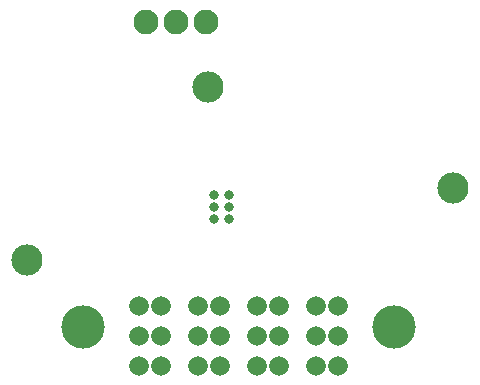
<source format=gbs>
G04*
G04 #@! TF.GenerationSoftware,Altium Limited,Altium Designer,24.5.2 (23)*
G04*
G04 Layer_Color=16711935*
%FSLAX25Y25*%
%MOIN*%
G70*
G04*
G04 #@! TF.SameCoordinates,5CCFB9DE-5C0A-4CCD-A088-F0D1A9D58223*
G04*
G04*
G04 #@! TF.FilePolarity,Negative*
G04*
G01*
G75*
%ADD41C,0.14416*%
%ADD42C,0.06542*%
%ADD43C,0.10400*%
%ADD44C,0.08274*%
%ADD45C,0.03200*%
D41*
X166574Y-190808D02*
D03*
X63109D02*
D03*
D42*
X89015Y-203800D02*
D03*
X81613D02*
D03*
X89015Y-193800D02*
D03*
X81613D02*
D03*
X89015Y-183800D02*
D03*
X81613D02*
D03*
X148070Y-203800D02*
D03*
X140668D02*
D03*
X148070Y-193800D02*
D03*
X140668D02*
D03*
X148070Y-183800D02*
D03*
X140668D02*
D03*
X128385Y-203800D02*
D03*
X120984D02*
D03*
X128385Y-193800D02*
D03*
X120984D02*
D03*
X128385Y-183800D02*
D03*
X120984D02*
D03*
X108700Y-203800D02*
D03*
X101298D02*
D03*
X108700Y-193800D02*
D03*
X101298D02*
D03*
X108700Y-183800D02*
D03*
X101298D02*
D03*
D43*
X44300Y-168500D02*
D03*
X186300Y-144600D02*
D03*
X104700Y-110900D02*
D03*
D44*
X103800Y-89000D02*
D03*
X93958D02*
D03*
X84115D02*
D03*
D45*
X106641Y-146800D02*
D03*
X111531D02*
D03*
X106641Y-150800D02*
D03*
X111531D02*
D03*
X106641Y-154800D02*
D03*
X111531D02*
D03*
M02*

</source>
